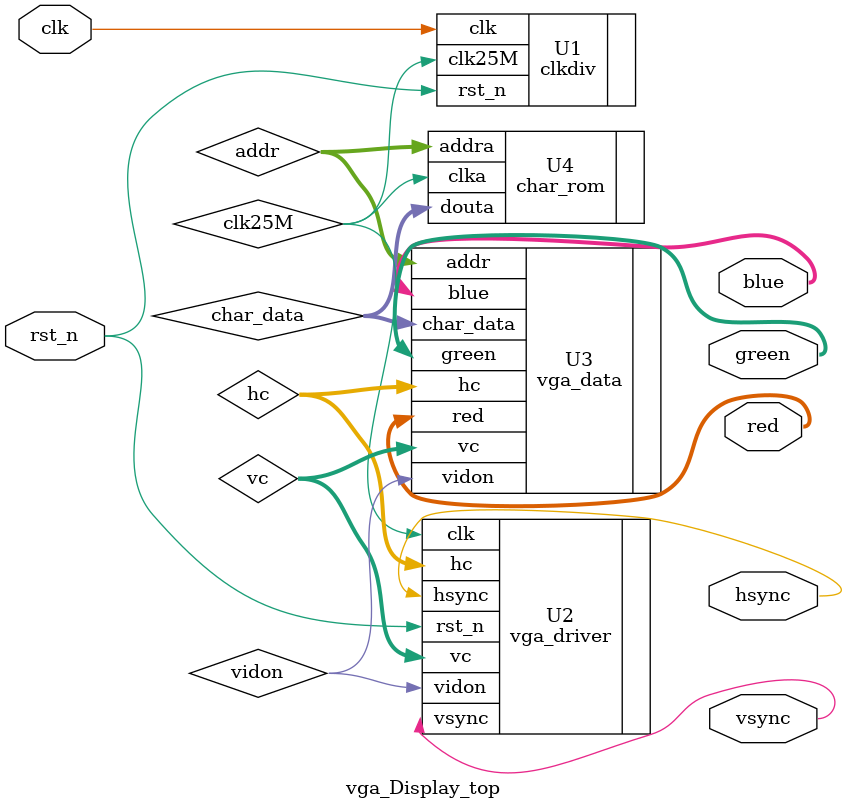
<source format=v>
module vga_Display_top( hsync, vsync, red, green, blue, clk, rst_n
    );
	 
	 input clk, rst_n;
	 output hsync, vsync;
	 output [3:0] red, green, blue;
	 
	 wire clk25M, vidon;
	 wire [9:0] hc, vc;
	 wire [8:0] addr;
	 wire [63:0] char_data;
	 
	 clkdiv U1(.clk(clk), .rst_n(rst_n), .clk25M(clk25M));   
	 vga_driver U2(.hsync(hsync), .vsync(vsync), .hc(hc), .vc(vc), .vidon(vidon), .clk(clk25M), .rst_n(rst_n));
	 vga_data U3(.red(red), .green(green), .blue(blue), .hc(hc), .vc(vc), .vidon(vidon), .addr(addr), .char_data(char_data));
	 char_rom U4(.clka(clk25M), .addra(addr), .douta(char_data));


endmodule
</source>
